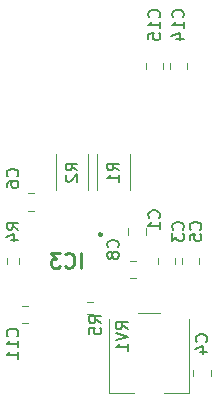
<source format=gbr>
%TF.GenerationSoftware,KiCad,Pcbnew,(6.0.5)*%
%TF.CreationDate,2022-06-02T01:51:08+02:00*%
%TF.ProjectId,Hardware,48617264-7761-4726-952e-6b696361645f,rev?*%
%TF.SameCoordinates,Original*%
%TF.FileFunction,Legend,Bot*%
%TF.FilePolarity,Positive*%
%FSLAX46Y46*%
G04 Gerber Fmt 4.6, Leading zero omitted, Abs format (unit mm)*
G04 Created by KiCad (PCBNEW (6.0.5)) date 2022-06-02 01:51:08*
%MOMM*%
%LPD*%
G01*
G04 APERTURE LIST*
%ADD10C,0.150000*%
%ADD11C,0.254000*%
%ADD12C,0.120000*%
%ADD13C,0.250000*%
G04 APERTURE END LIST*
D10*
%TO.C,C15*%
X108357142Y-101357142D02*
X108404761Y-101309523D01*
X108452380Y-101166666D01*
X108452380Y-101071428D01*
X108404761Y-100928571D01*
X108309523Y-100833333D01*
X108214285Y-100785714D01*
X108023809Y-100738095D01*
X107880952Y-100738095D01*
X107690476Y-100785714D01*
X107595238Y-100833333D01*
X107500000Y-100928571D01*
X107452380Y-101071428D01*
X107452380Y-101166666D01*
X107500000Y-101309523D01*
X107547619Y-101357142D01*
X108452380Y-102309523D02*
X108452380Y-101738095D01*
X108452380Y-102023809D02*
X107452380Y-102023809D01*
X107595238Y-101928571D01*
X107690476Y-101833333D01*
X107738095Y-101738095D01*
X107452380Y-103214285D02*
X107452380Y-102738095D01*
X107928571Y-102690476D01*
X107880952Y-102738095D01*
X107833333Y-102833333D01*
X107833333Y-103071428D01*
X107880952Y-103166666D01*
X107928571Y-103214285D01*
X108023809Y-103261904D01*
X108261904Y-103261904D01*
X108357142Y-103214285D01*
X108404761Y-103166666D01*
X108452380Y-103071428D01*
X108452380Y-102833333D01*
X108404761Y-102738095D01*
X108357142Y-102690476D01*
%TO.C,C14*%
X110357142Y-101357142D02*
X110404761Y-101309523D01*
X110452380Y-101166666D01*
X110452380Y-101071428D01*
X110404761Y-100928571D01*
X110309523Y-100833333D01*
X110214285Y-100785714D01*
X110023809Y-100738095D01*
X109880952Y-100738095D01*
X109690476Y-100785714D01*
X109595238Y-100833333D01*
X109500000Y-100928571D01*
X109452380Y-101071428D01*
X109452380Y-101166666D01*
X109500000Y-101309523D01*
X109547619Y-101357142D01*
X110452380Y-102309523D02*
X110452380Y-101738095D01*
X110452380Y-102023809D02*
X109452380Y-102023809D01*
X109595238Y-101928571D01*
X109690476Y-101833333D01*
X109738095Y-101738095D01*
X109785714Y-103166666D02*
X110452380Y-103166666D01*
X109404761Y-102928571D02*
X110119047Y-102690476D01*
X110119047Y-103309523D01*
%TO.C,C5*%
X111857142Y-119333333D02*
X111904761Y-119285714D01*
X111952380Y-119142857D01*
X111952380Y-119047619D01*
X111904761Y-118904761D01*
X111809523Y-118809523D01*
X111714285Y-118761904D01*
X111523809Y-118714285D01*
X111380952Y-118714285D01*
X111190476Y-118761904D01*
X111095238Y-118809523D01*
X111000000Y-118904761D01*
X110952380Y-119047619D01*
X110952380Y-119142857D01*
X111000000Y-119285714D01*
X111047619Y-119333333D01*
X110952380Y-120238095D02*
X110952380Y-119761904D01*
X111428571Y-119714285D01*
X111380952Y-119761904D01*
X111333333Y-119857142D01*
X111333333Y-120095238D01*
X111380952Y-120190476D01*
X111428571Y-120238095D01*
X111523809Y-120285714D01*
X111761904Y-120285714D01*
X111857142Y-120238095D01*
X111904761Y-120190476D01*
X111952380Y-120095238D01*
X111952380Y-119857142D01*
X111904761Y-119761904D01*
X111857142Y-119714285D01*
%TO.C,C1*%
X108357142Y-118333333D02*
X108404761Y-118285714D01*
X108452380Y-118142857D01*
X108452380Y-118047619D01*
X108404761Y-117904761D01*
X108309523Y-117809523D01*
X108214285Y-117761904D01*
X108023809Y-117714285D01*
X107880952Y-117714285D01*
X107690476Y-117761904D01*
X107595238Y-117809523D01*
X107500000Y-117904761D01*
X107452380Y-118047619D01*
X107452380Y-118142857D01*
X107500000Y-118285714D01*
X107547619Y-118333333D01*
X108452380Y-119285714D02*
X108452380Y-118714285D01*
X108452380Y-119000000D02*
X107452380Y-119000000D01*
X107595238Y-118904761D01*
X107690476Y-118809523D01*
X107738095Y-118714285D01*
%TO.C,C3*%
X110357142Y-119333333D02*
X110404761Y-119285714D01*
X110452380Y-119142857D01*
X110452380Y-119047619D01*
X110404761Y-118904761D01*
X110309523Y-118809523D01*
X110214285Y-118761904D01*
X110023809Y-118714285D01*
X109880952Y-118714285D01*
X109690476Y-118761904D01*
X109595238Y-118809523D01*
X109500000Y-118904761D01*
X109452380Y-119047619D01*
X109452380Y-119142857D01*
X109500000Y-119285714D01*
X109547619Y-119333333D01*
X109452380Y-119666666D02*
X109452380Y-120285714D01*
X109833333Y-119952380D01*
X109833333Y-120095238D01*
X109880952Y-120190476D01*
X109928571Y-120238095D01*
X110023809Y-120285714D01*
X110261904Y-120285714D01*
X110357142Y-120238095D01*
X110404761Y-120190476D01*
X110452380Y-120095238D01*
X110452380Y-119809523D01*
X110404761Y-119714285D01*
X110357142Y-119666666D01*
%TO.C,C8*%
X104857142Y-120833333D02*
X104904761Y-120785714D01*
X104952380Y-120642857D01*
X104952380Y-120547619D01*
X104904761Y-120404761D01*
X104809523Y-120309523D01*
X104714285Y-120261904D01*
X104523809Y-120214285D01*
X104380952Y-120214285D01*
X104190476Y-120261904D01*
X104095238Y-120309523D01*
X104000000Y-120404761D01*
X103952380Y-120547619D01*
X103952380Y-120642857D01*
X104000000Y-120785714D01*
X104047619Y-120833333D01*
X104380952Y-121404761D02*
X104333333Y-121309523D01*
X104285714Y-121261904D01*
X104190476Y-121214285D01*
X104142857Y-121214285D01*
X104047619Y-121261904D01*
X104000000Y-121309523D01*
X103952380Y-121404761D01*
X103952380Y-121595238D01*
X104000000Y-121690476D01*
X104047619Y-121738095D01*
X104142857Y-121785714D01*
X104190476Y-121785714D01*
X104285714Y-121738095D01*
X104333333Y-121690476D01*
X104380952Y-121595238D01*
X104380952Y-121404761D01*
X104428571Y-121309523D01*
X104476190Y-121261904D01*
X104571428Y-121214285D01*
X104761904Y-121214285D01*
X104857142Y-121261904D01*
X104904761Y-121309523D01*
X104952380Y-121404761D01*
X104952380Y-121595238D01*
X104904761Y-121690476D01*
X104857142Y-121738095D01*
X104761904Y-121785714D01*
X104571428Y-121785714D01*
X104476190Y-121738095D01*
X104428571Y-121690476D01*
X104380952Y-121595238D01*
D11*
%TO.C,IC3*%
X101739761Y-122574523D02*
X101739761Y-121304523D01*
X100409285Y-122453571D02*
X100469761Y-122514047D01*
X100651190Y-122574523D01*
X100772142Y-122574523D01*
X100953571Y-122514047D01*
X101074523Y-122393095D01*
X101135000Y-122272142D01*
X101195476Y-122030238D01*
X101195476Y-121848809D01*
X101135000Y-121606904D01*
X101074523Y-121485952D01*
X100953571Y-121365000D01*
X100772142Y-121304523D01*
X100651190Y-121304523D01*
X100469761Y-121365000D01*
X100409285Y-121425476D01*
X99985952Y-121304523D02*
X99199761Y-121304523D01*
X99623095Y-121788333D01*
X99441666Y-121788333D01*
X99320714Y-121848809D01*
X99260238Y-121909285D01*
X99199761Y-122030238D01*
X99199761Y-122332619D01*
X99260238Y-122453571D01*
X99320714Y-122514047D01*
X99441666Y-122574523D01*
X99804523Y-122574523D01*
X99925476Y-122514047D01*
X99985952Y-122453571D01*
D10*
%TO.C,R4*%
X96452380Y-119333333D02*
X95976190Y-119000000D01*
X96452380Y-118761904D02*
X95452380Y-118761904D01*
X95452380Y-119142857D01*
X95500000Y-119238095D01*
X95547619Y-119285714D01*
X95642857Y-119333333D01*
X95785714Y-119333333D01*
X95880952Y-119285714D01*
X95928571Y-119238095D01*
X95976190Y-119142857D01*
X95976190Y-118761904D01*
X95785714Y-120190476D02*
X96452380Y-120190476D01*
X95404761Y-119952380D02*
X96119047Y-119714285D01*
X96119047Y-120333333D01*
%TO.C,R5*%
X103452380Y-127263333D02*
X102976190Y-126930000D01*
X103452380Y-126691904D02*
X102452380Y-126691904D01*
X102452380Y-127072857D01*
X102500000Y-127168095D01*
X102547619Y-127215714D01*
X102642857Y-127263333D01*
X102785714Y-127263333D01*
X102880952Y-127215714D01*
X102928571Y-127168095D01*
X102976190Y-127072857D01*
X102976190Y-126691904D01*
X102452380Y-128168095D02*
X102452380Y-127691904D01*
X102928571Y-127644285D01*
X102880952Y-127691904D01*
X102833333Y-127787142D01*
X102833333Y-128025238D01*
X102880952Y-128120476D01*
X102928571Y-128168095D01*
X103023809Y-128215714D01*
X103261904Y-128215714D01*
X103357142Y-128168095D01*
X103404761Y-128120476D01*
X103452380Y-128025238D01*
X103452380Y-127787142D01*
X103404761Y-127691904D01*
X103357142Y-127644285D01*
%TO.C,C11*%
X96357142Y-128357142D02*
X96404761Y-128309523D01*
X96452380Y-128166666D01*
X96452380Y-128071428D01*
X96404761Y-127928571D01*
X96309523Y-127833333D01*
X96214285Y-127785714D01*
X96023809Y-127738095D01*
X95880952Y-127738095D01*
X95690476Y-127785714D01*
X95595238Y-127833333D01*
X95500000Y-127928571D01*
X95452380Y-128071428D01*
X95452380Y-128166666D01*
X95500000Y-128309523D01*
X95547619Y-128357142D01*
X96452380Y-129309523D02*
X96452380Y-128738095D01*
X96452380Y-129023809D02*
X95452380Y-129023809D01*
X95595238Y-128928571D01*
X95690476Y-128833333D01*
X95738095Y-128738095D01*
X96452380Y-130261904D02*
X96452380Y-129690476D01*
X96452380Y-129976190D02*
X95452380Y-129976190D01*
X95595238Y-129880952D01*
X95690476Y-129785714D01*
X95738095Y-129690476D01*
%TO.C,R2*%
X101452380Y-114333333D02*
X100976190Y-114000000D01*
X101452380Y-113761904D02*
X100452380Y-113761904D01*
X100452380Y-114142857D01*
X100500000Y-114238095D01*
X100547619Y-114285714D01*
X100642857Y-114333333D01*
X100785714Y-114333333D01*
X100880952Y-114285714D01*
X100928571Y-114238095D01*
X100976190Y-114142857D01*
X100976190Y-113761904D01*
X100547619Y-114714285D02*
X100500000Y-114761904D01*
X100452380Y-114857142D01*
X100452380Y-115095238D01*
X100500000Y-115190476D01*
X100547619Y-115238095D01*
X100642857Y-115285714D01*
X100738095Y-115285714D01*
X100880952Y-115238095D01*
X101452380Y-114666666D01*
X101452380Y-115285714D01*
%TO.C,C6*%
X96357142Y-114833333D02*
X96404761Y-114785714D01*
X96452380Y-114642857D01*
X96452380Y-114547619D01*
X96404761Y-114404761D01*
X96309523Y-114309523D01*
X96214285Y-114261904D01*
X96023809Y-114214285D01*
X95880952Y-114214285D01*
X95690476Y-114261904D01*
X95595238Y-114309523D01*
X95500000Y-114404761D01*
X95452380Y-114547619D01*
X95452380Y-114642857D01*
X95500000Y-114785714D01*
X95547619Y-114833333D01*
X95452380Y-115690476D02*
X95452380Y-115500000D01*
X95500000Y-115404761D01*
X95547619Y-115357142D01*
X95690476Y-115261904D01*
X95880952Y-115214285D01*
X96261904Y-115214285D01*
X96357142Y-115261904D01*
X96404761Y-115309523D01*
X96452380Y-115404761D01*
X96452380Y-115595238D01*
X96404761Y-115690476D01*
X96357142Y-115738095D01*
X96261904Y-115785714D01*
X96023809Y-115785714D01*
X95928571Y-115738095D01*
X95880952Y-115690476D01*
X95833333Y-115595238D01*
X95833333Y-115404761D01*
X95880952Y-115309523D01*
X95928571Y-115261904D01*
X96023809Y-115214285D01*
%TO.C,RV1*%
X105699341Y-127771243D02*
X105223151Y-127437910D01*
X105699341Y-127199815D02*
X104699341Y-127199815D01*
X104699341Y-127580767D01*
X104746961Y-127676005D01*
X104794580Y-127723624D01*
X104889818Y-127771243D01*
X105032675Y-127771243D01*
X105127913Y-127723624D01*
X105175532Y-127676005D01*
X105223151Y-127580767D01*
X105223151Y-127199815D01*
X104699341Y-128056958D02*
X105699341Y-128390291D01*
X104699341Y-128723624D01*
X105699341Y-129580767D02*
X105699341Y-129009339D01*
X105699341Y-129295053D02*
X104699341Y-129295053D01*
X104842199Y-129199815D01*
X104937437Y-129104577D01*
X104985056Y-129009339D01*
%TO.C,C4*%
X112357142Y-128833333D02*
X112404761Y-128785714D01*
X112452380Y-128642857D01*
X112452380Y-128547619D01*
X112404761Y-128404761D01*
X112309523Y-128309523D01*
X112214285Y-128261904D01*
X112023809Y-128214285D01*
X111880952Y-128214285D01*
X111690476Y-128261904D01*
X111595238Y-128309523D01*
X111500000Y-128404761D01*
X111452380Y-128547619D01*
X111452380Y-128642857D01*
X111500000Y-128785714D01*
X111547619Y-128833333D01*
X111785714Y-129690476D02*
X112452380Y-129690476D01*
X111404761Y-129452380D02*
X112119047Y-129214285D01*
X112119047Y-129833333D01*
%TO.C,R1*%
X104952380Y-114333333D02*
X104476190Y-114000000D01*
X104952380Y-113761904D02*
X103952380Y-113761904D01*
X103952380Y-114142857D01*
X104000000Y-114238095D01*
X104047619Y-114285714D01*
X104142857Y-114333333D01*
X104285714Y-114333333D01*
X104380952Y-114285714D01*
X104428571Y-114238095D01*
X104476190Y-114142857D01*
X104476190Y-113761904D01*
X104952380Y-115285714D02*
X104952380Y-114714285D01*
X104952380Y-115000000D02*
X103952380Y-115000000D01*
X104095238Y-114904761D01*
X104190476Y-114809523D01*
X104238095Y-114714285D01*
D12*
%TO.C,C15*%
X107265000Y-105761252D02*
X107265000Y-105238748D01*
X108735000Y-105761252D02*
X108735000Y-105238748D01*
%TO.C,C14*%
X109265000Y-105238748D02*
X109265000Y-105761252D01*
X110735000Y-105238748D02*
X110735000Y-105761252D01*
%TO.C,C5*%
X111735000Y-122261252D02*
X111735000Y-121738748D01*
X110265000Y-122261252D02*
X110265000Y-121738748D01*
%TO.C,C1*%
X107235000Y-119238748D02*
X107235000Y-119761252D01*
X105765000Y-119238748D02*
X105765000Y-119761252D01*
%TO.C,C3*%
X109735000Y-121738748D02*
X109735000Y-122261252D01*
X108265000Y-121738748D02*
X108265000Y-122261252D01*
%TO.C,C8*%
X105903757Y-121988880D02*
X106426261Y-121988880D01*
X105903757Y-123458880D02*
X106426261Y-123458880D01*
D13*
%TO.C,IC3*%
X103525000Y-119750000D02*
G75*
G03*
X103525000Y-119750000I-125000J0D01*
G01*
D12*
%TO.C,R4*%
X96522500Y-121762742D02*
X96522500Y-122237258D01*
X95477500Y-121762742D02*
X95477500Y-122237258D01*
%TO.C,R5*%
X102262742Y-126522500D02*
X102737258Y-126522500D01*
X102262742Y-125477500D02*
X102737258Y-125477500D01*
%TO.C,C11*%
X96738748Y-127235000D02*
X97261252Y-127235000D01*
X96738748Y-125765000D02*
X97261252Y-125765000D01*
%TO.C,R2*%
X102360000Y-116027064D02*
X102360000Y-112972936D01*
X99640000Y-116027064D02*
X99640000Y-112972936D01*
%TO.C,C6*%
X97238748Y-117735000D02*
X97761252Y-117735000D01*
X97238748Y-116265000D02*
X97761252Y-116265000D01*
%TO.C,RV1*%
X110870000Y-126941000D02*
X110870000Y-133145000D01*
X108740000Y-133145000D02*
X110870000Y-133145000D01*
X104129000Y-126941000D02*
X104129000Y-133145000D01*
X106591000Y-126405000D02*
X108410000Y-126405000D01*
X104129000Y-133145000D02*
X106260000Y-133145000D01*
%TO.C,C4*%
X112735000Y-131188748D02*
X112735000Y-131711252D01*
X111265000Y-131188748D02*
X111265000Y-131711252D01*
%TO.C,R1*%
X103140000Y-116027064D02*
X103140000Y-112972936D01*
X105860000Y-116027064D02*
X105860000Y-112972936D01*
%TD*%
M02*

</source>
